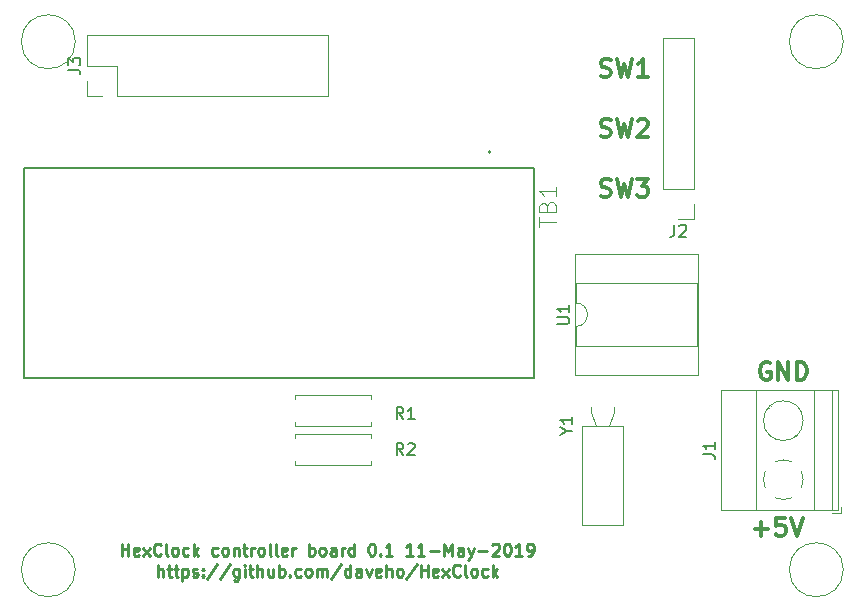
<source format=gto>
G04 #@! TF.GenerationSoftware,KiCad,Pcbnew,5.0.2-bee76a0~70~ubuntu16.04.1*
G04 #@! TF.CreationDate,2019-05-11T19:32:04-04:00*
G04 #@! TF.ProjectId,ControllerBoard,436f6e74-726f-46c6-9c65-72426f617264,rev?*
G04 #@! TF.SameCoordinates,Original*
G04 #@! TF.FileFunction,Legend,Top*
G04 #@! TF.FilePolarity,Positive*
%FSLAX46Y46*%
G04 Gerber Fmt 4.6, Leading zero omitted, Abs format (unit mm)*
G04 Created by KiCad (PCBNEW 5.0.2-bee76a0~70~ubuntu16.04.1) date Sat 11 May 2019 07:32:04 PM EDT*
%MOMM*%
%LPD*%
G01*
G04 APERTURE LIST*
%ADD10C,0.300000*%
%ADD11C,0.254000*%
%ADD12C,0.120000*%
%ADD13C,0.200000*%
%ADD14C,0.127000*%
%ADD15C,0.150000*%
%ADD16C,0.050000*%
G04 APERTURE END LIST*
D10*
X100616000Y-66901142D02*
X100830285Y-66972571D01*
X101187428Y-66972571D01*
X101330285Y-66901142D01*
X101401714Y-66829714D01*
X101473142Y-66686857D01*
X101473142Y-66544000D01*
X101401714Y-66401142D01*
X101330285Y-66329714D01*
X101187428Y-66258285D01*
X100901714Y-66186857D01*
X100758857Y-66115428D01*
X100687428Y-66044000D01*
X100616000Y-65901142D01*
X100616000Y-65758285D01*
X100687428Y-65615428D01*
X100758857Y-65544000D01*
X100901714Y-65472571D01*
X101258857Y-65472571D01*
X101473142Y-65544000D01*
X101973142Y-65472571D02*
X102330285Y-66972571D01*
X102616000Y-65901142D01*
X102901714Y-66972571D01*
X103258857Y-65472571D01*
X103687428Y-65472571D02*
X104616000Y-65472571D01*
X104116000Y-66044000D01*
X104330285Y-66044000D01*
X104473142Y-66115428D01*
X104544571Y-66186857D01*
X104616000Y-66329714D01*
X104616000Y-66686857D01*
X104544571Y-66829714D01*
X104473142Y-66901142D01*
X104330285Y-66972571D01*
X103901714Y-66972571D01*
X103758857Y-66901142D01*
X103687428Y-66829714D01*
X100616000Y-61821142D02*
X100830285Y-61892571D01*
X101187428Y-61892571D01*
X101330285Y-61821142D01*
X101401714Y-61749714D01*
X101473142Y-61606857D01*
X101473142Y-61464000D01*
X101401714Y-61321142D01*
X101330285Y-61249714D01*
X101187428Y-61178285D01*
X100901714Y-61106857D01*
X100758857Y-61035428D01*
X100687428Y-60964000D01*
X100616000Y-60821142D01*
X100616000Y-60678285D01*
X100687428Y-60535428D01*
X100758857Y-60464000D01*
X100901714Y-60392571D01*
X101258857Y-60392571D01*
X101473142Y-60464000D01*
X101973142Y-60392571D02*
X102330285Y-61892571D01*
X102616000Y-60821142D01*
X102901714Y-61892571D01*
X103258857Y-60392571D01*
X103758857Y-60535428D02*
X103830285Y-60464000D01*
X103973142Y-60392571D01*
X104330285Y-60392571D01*
X104473142Y-60464000D01*
X104544571Y-60535428D01*
X104616000Y-60678285D01*
X104616000Y-60821142D01*
X104544571Y-61035428D01*
X103687428Y-61892571D01*
X104616000Y-61892571D01*
X100616000Y-56741142D02*
X100830285Y-56812571D01*
X101187428Y-56812571D01*
X101330285Y-56741142D01*
X101401714Y-56669714D01*
X101473142Y-56526857D01*
X101473142Y-56384000D01*
X101401714Y-56241142D01*
X101330285Y-56169714D01*
X101187428Y-56098285D01*
X100901714Y-56026857D01*
X100758857Y-55955428D01*
X100687428Y-55884000D01*
X100616000Y-55741142D01*
X100616000Y-55598285D01*
X100687428Y-55455428D01*
X100758857Y-55384000D01*
X100901714Y-55312571D01*
X101258857Y-55312571D01*
X101473142Y-55384000D01*
X101973142Y-55312571D02*
X102330285Y-56812571D01*
X102616000Y-55741142D01*
X102901714Y-56812571D01*
X103258857Y-55312571D01*
X104616000Y-56812571D02*
X103758857Y-56812571D01*
X104187428Y-56812571D02*
X104187428Y-55312571D01*
X104044571Y-55526857D01*
X103901714Y-55669714D01*
X103758857Y-55741142D01*
X113641428Y-95103142D02*
X114784285Y-95103142D01*
X114212857Y-95674571D02*
X114212857Y-94531714D01*
X116212857Y-94174571D02*
X115498571Y-94174571D01*
X115427142Y-94888857D01*
X115498571Y-94817428D01*
X115641428Y-94746000D01*
X115998571Y-94746000D01*
X116141428Y-94817428D01*
X116212857Y-94888857D01*
X116284285Y-95031714D01*
X116284285Y-95388857D01*
X116212857Y-95531714D01*
X116141428Y-95603142D01*
X115998571Y-95674571D01*
X115641428Y-95674571D01*
X115498571Y-95603142D01*
X115427142Y-95531714D01*
X116712857Y-94174571D02*
X117212857Y-95674571D01*
X117712857Y-94174571D01*
X114935142Y-81038000D02*
X114792285Y-80966571D01*
X114578000Y-80966571D01*
X114363714Y-81038000D01*
X114220857Y-81180857D01*
X114149428Y-81323714D01*
X114078000Y-81609428D01*
X114078000Y-81823714D01*
X114149428Y-82109428D01*
X114220857Y-82252285D01*
X114363714Y-82395142D01*
X114578000Y-82466571D01*
X114720857Y-82466571D01*
X114935142Y-82395142D01*
X115006571Y-82323714D01*
X115006571Y-81823714D01*
X114720857Y-81823714D01*
X115649428Y-82466571D02*
X115649428Y-80966571D01*
X116506571Y-82466571D01*
X116506571Y-80966571D01*
X117220857Y-82466571D02*
X117220857Y-80966571D01*
X117578000Y-80966571D01*
X117792285Y-81038000D01*
X117935142Y-81180857D01*
X118006571Y-81323714D01*
X118078000Y-81609428D01*
X118078000Y-81823714D01*
X118006571Y-82109428D01*
X117935142Y-82252285D01*
X117792285Y-82395142D01*
X117578000Y-82466571D01*
X117220857Y-82466571D01*
D11*
X60052857Y-97360619D02*
X60052857Y-96344619D01*
X60052857Y-96828428D02*
X60633428Y-96828428D01*
X60633428Y-97360619D02*
X60633428Y-96344619D01*
X61504285Y-97312238D02*
X61407523Y-97360619D01*
X61214000Y-97360619D01*
X61117238Y-97312238D01*
X61068857Y-97215476D01*
X61068857Y-96828428D01*
X61117238Y-96731666D01*
X61214000Y-96683285D01*
X61407523Y-96683285D01*
X61504285Y-96731666D01*
X61552666Y-96828428D01*
X61552666Y-96925190D01*
X61068857Y-97021952D01*
X61891333Y-97360619D02*
X62423523Y-96683285D01*
X61891333Y-96683285D02*
X62423523Y-97360619D01*
X63391142Y-97263857D02*
X63342761Y-97312238D01*
X63197619Y-97360619D01*
X63100857Y-97360619D01*
X62955714Y-97312238D01*
X62858952Y-97215476D01*
X62810571Y-97118714D01*
X62762190Y-96925190D01*
X62762190Y-96780047D01*
X62810571Y-96586523D01*
X62858952Y-96489761D01*
X62955714Y-96393000D01*
X63100857Y-96344619D01*
X63197619Y-96344619D01*
X63342761Y-96393000D01*
X63391142Y-96441380D01*
X63971714Y-97360619D02*
X63874952Y-97312238D01*
X63826571Y-97215476D01*
X63826571Y-96344619D01*
X64503904Y-97360619D02*
X64407142Y-97312238D01*
X64358761Y-97263857D01*
X64310380Y-97167095D01*
X64310380Y-96876809D01*
X64358761Y-96780047D01*
X64407142Y-96731666D01*
X64503904Y-96683285D01*
X64649047Y-96683285D01*
X64745809Y-96731666D01*
X64794190Y-96780047D01*
X64842571Y-96876809D01*
X64842571Y-97167095D01*
X64794190Y-97263857D01*
X64745809Y-97312238D01*
X64649047Y-97360619D01*
X64503904Y-97360619D01*
X65713428Y-97312238D02*
X65616666Y-97360619D01*
X65423142Y-97360619D01*
X65326380Y-97312238D01*
X65278000Y-97263857D01*
X65229619Y-97167095D01*
X65229619Y-96876809D01*
X65278000Y-96780047D01*
X65326380Y-96731666D01*
X65423142Y-96683285D01*
X65616666Y-96683285D01*
X65713428Y-96731666D01*
X66148857Y-97360619D02*
X66148857Y-96344619D01*
X66245619Y-96973571D02*
X66535904Y-97360619D01*
X66535904Y-96683285D02*
X66148857Y-97070333D01*
X68180857Y-97312238D02*
X68084095Y-97360619D01*
X67890571Y-97360619D01*
X67793809Y-97312238D01*
X67745428Y-97263857D01*
X67697047Y-97167095D01*
X67697047Y-96876809D01*
X67745428Y-96780047D01*
X67793809Y-96731666D01*
X67890571Y-96683285D01*
X68084095Y-96683285D01*
X68180857Y-96731666D01*
X68761428Y-97360619D02*
X68664666Y-97312238D01*
X68616285Y-97263857D01*
X68567904Y-97167095D01*
X68567904Y-96876809D01*
X68616285Y-96780047D01*
X68664666Y-96731666D01*
X68761428Y-96683285D01*
X68906571Y-96683285D01*
X69003333Y-96731666D01*
X69051714Y-96780047D01*
X69100095Y-96876809D01*
X69100095Y-97167095D01*
X69051714Y-97263857D01*
X69003333Y-97312238D01*
X68906571Y-97360619D01*
X68761428Y-97360619D01*
X69535523Y-96683285D02*
X69535523Y-97360619D01*
X69535523Y-96780047D02*
X69583904Y-96731666D01*
X69680666Y-96683285D01*
X69825809Y-96683285D01*
X69922571Y-96731666D01*
X69970952Y-96828428D01*
X69970952Y-97360619D01*
X70309619Y-96683285D02*
X70696666Y-96683285D01*
X70454761Y-96344619D02*
X70454761Y-97215476D01*
X70503142Y-97312238D01*
X70599904Y-97360619D01*
X70696666Y-97360619D01*
X71035333Y-97360619D02*
X71035333Y-96683285D01*
X71035333Y-96876809D02*
X71083714Y-96780047D01*
X71132095Y-96731666D01*
X71228857Y-96683285D01*
X71325619Y-96683285D01*
X71809428Y-97360619D02*
X71712666Y-97312238D01*
X71664285Y-97263857D01*
X71615904Y-97167095D01*
X71615904Y-96876809D01*
X71664285Y-96780047D01*
X71712666Y-96731666D01*
X71809428Y-96683285D01*
X71954571Y-96683285D01*
X72051333Y-96731666D01*
X72099714Y-96780047D01*
X72148095Y-96876809D01*
X72148095Y-97167095D01*
X72099714Y-97263857D01*
X72051333Y-97312238D01*
X71954571Y-97360619D01*
X71809428Y-97360619D01*
X72728666Y-97360619D02*
X72631904Y-97312238D01*
X72583523Y-97215476D01*
X72583523Y-96344619D01*
X73260857Y-97360619D02*
X73164095Y-97312238D01*
X73115714Y-97215476D01*
X73115714Y-96344619D01*
X74034952Y-97312238D02*
X73938190Y-97360619D01*
X73744666Y-97360619D01*
X73647904Y-97312238D01*
X73599523Y-97215476D01*
X73599523Y-96828428D01*
X73647904Y-96731666D01*
X73744666Y-96683285D01*
X73938190Y-96683285D01*
X74034952Y-96731666D01*
X74083333Y-96828428D01*
X74083333Y-96925190D01*
X73599523Y-97021952D01*
X74518761Y-97360619D02*
X74518761Y-96683285D01*
X74518761Y-96876809D02*
X74567142Y-96780047D01*
X74615523Y-96731666D01*
X74712285Y-96683285D01*
X74809047Y-96683285D01*
X75921809Y-97360619D02*
X75921809Y-96344619D01*
X75921809Y-96731666D02*
X76018571Y-96683285D01*
X76212095Y-96683285D01*
X76308857Y-96731666D01*
X76357238Y-96780047D01*
X76405619Y-96876809D01*
X76405619Y-97167095D01*
X76357238Y-97263857D01*
X76308857Y-97312238D01*
X76212095Y-97360619D01*
X76018571Y-97360619D01*
X75921809Y-97312238D01*
X76986190Y-97360619D02*
X76889428Y-97312238D01*
X76841047Y-97263857D01*
X76792666Y-97167095D01*
X76792666Y-96876809D01*
X76841047Y-96780047D01*
X76889428Y-96731666D01*
X76986190Y-96683285D01*
X77131333Y-96683285D01*
X77228095Y-96731666D01*
X77276476Y-96780047D01*
X77324857Y-96876809D01*
X77324857Y-97167095D01*
X77276476Y-97263857D01*
X77228095Y-97312238D01*
X77131333Y-97360619D01*
X76986190Y-97360619D01*
X78195714Y-97360619D02*
X78195714Y-96828428D01*
X78147333Y-96731666D01*
X78050571Y-96683285D01*
X77857047Y-96683285D01*
X77760285Y-96731666D01*
X78195714Y-97312238D02*
X78098952Y-97360619D01*
X77857047Y-97360619D01*
X77760285Y-97312238D01*
X77711904Y-97215476D01*
X77711904Y-97118714D01*
X77760285Y-97021952D01*
X77857047Y-96973571D01*
X78098952Y-96973571D01*
X78195714Y-96925190D01*
X78679523Y-97360619D02*
X78679523Y-96683285D01*
X78679523Y-96876809D02*
X78727904Y-96780047D01*
X78776285Y-96731666D01*
X78873047Y-96683285D01*
X78969809Y-96683285D01*
X79743904Y-97360619D02*
X79743904Y-96344619D01*
X79743904Y-97312238D02*
X79647142Y-97360619D01*
X79453619Y-97360619D01*
X79356857Y-97312238D01*
X79308476Y-97263857D01*
X79260095Y-97167095D01*
X79260095Y-96876809D01*
X79308476Y-96780047D01*
X79356857Y-96731666D01*
X79453619Y-96683285D01*
X79647142Y-96683285D01*
X79743904Y-96731666D01*
X81195333Y-96344619D02*
X81292095Y-96344619D01*
X81388857Y-96393000D01*
X81437238Y-96441380D01*
X81485619Y-96538142D01*
X81534000Y-96731666D01*
X81534000Y-96973571D01*
X81485619Y-97167095D01*
X81437238Y-97263857D01*
X81388857Y-97312238D01*
X81292095Y-97360619D01*
X81195333Y-97360619D01*
X81098571Y-97312238D01*
X81050190Y-97263857D01*
X81001809Y-97167095D01*
X80953428Y-96973571D01*
X80953428Y-96731666D01*
X81001809Y-96538142D01*
X81050190Y-96441380D01*
X81098571Y-96393000D01*
X81195333Y-96344619D01*
X81969428Y-97263857D02*
X82017809Y-97312238D01*
X81969428Y-97360619D01*
X81921047Y-97312238D01*
X81969428Y-97263857D01*
X81969428Y-97360619D01*
X82985428Y-97360619D02*
X82404857Y-97360619D01*
X82695142Y-97360619D02*
X82695142Y-96344619D01*
X82598380Y-96489761D01*
X82501619Y-96586523D01*
X82404857Y-96634904D01*
X84727142Y-97360619D02*
X84146571Y-97360619D01*
X84436857Y-97360619D02*
X84436857Y-96344619D01*
X84340095Y-96489761D01*
X84243333Y-96586523D01*
X84146571Y-96634904D01*
X85694761Y-97360619D02*
X85114190Y-97360619D01*
X85404476Y-97360619D02*
X85404476Y-96344619D01*
X85307714Y-96489761D01*
X85210952Y-96586523D01*
X85114190Y-96634904D01*
X86130190Y-96973571D02*
X86904285Y-96973571D01*
X87388095Y-97360619D02*
X87388095Y-96344619D01*
X87726761Y-97070333D01*
X88065428Y-96344619D01*
X88065428Y-97360619D01*
X88984666Y-97360619D02*
X88984666Y-96828428D01*
X88936285Y-96731666D01*
X88839523Y-96683285D01*
X88646000Y-96683285D01*
X88549238Y-96731666D01*
X88984666Y-97312238D02*
X88887904Y-97360619D01*
X88646000Y-97360619D01*
X88549238Y-97312238D01*
X88500857Y-97215476D01*
X88500857Y-97118714D01*
X88549238Y-97021952D01*
X88646000Y-96973571D01*
X88887904Y-96973571D01*
X88984666Y-96925190D01*
X89371714Y-96683285D02*
X89613619Y-97360619D01*
X89855523Y-96683285D02*
X89613619Y-97360619D01*
X89516857Y-97602523D01*
X89468476Y-97650904D01*
X89371714Y-97699285D01*
X90242571Y-96973571D02*
X91016666Y-96973571D01*
X91452095Y-96441380D02*
X91500476Y-96393000D01*
X91597238Y-96344619D01*
X91839142Y-96344619D01*
X91935904Y-96393000D01*
X91984285Y-96441380D01*
X92032666Y-96538142D01*
X92032666Y-96634904D01*
X91984285Y-96780047D01*
X91403714Y-97360619D01*
X92032666Y-97360619D01*
X92661619Y-96344619D02*
X92758380Y-96344619D01*
X92855142Y-96393000D01*
X92903523Y-96441380D01*
X92951904Y-96538142D01*
X93000285Y-96731666D01*
X93000285Y-96973571D01*
X92951904Y-97167095D01*
X92903523Y-97263857D01*
X92855142Y-97312238D01*
X92758380Y-97360619D01*
X92661619Y-97360619D01*
X92564857Y-97312238D01*
X92516476Y-97263857D01*
X92468095Y-97167095D01*
X92419714Y-96973571D01*
X92419714Y-96731666D01*
X92468095Y-96538142D01*
X92516476Y-96441380D01*
X92564857Y-96393000D01*
X92661619Y-96344619D01*
X93967904Y-97360619D02*
X93387333Y-97360619D01*
X93677619Y-97360619D02*
X93677619Y-96344619D01*
X93580857Y-96489761D01*
X93484095Y-96586523D01*
X93387333Y-96634904D01*
X94451714Y-97360619D02*
X94645238Y-97360619D01*
X94742000Y-97312238D01*
X94790380Y-97263857D01*
X94887142Y-97118714D01*
X94935523Y-96925190D01*
X94935523Y-96538142D01*
X94887142Y-96441380D01*
X94838761Y-96393000D01*
X94742000Y-96344619D01*
X94548476Y-96344619D01*
X94451714Y-96393000D01*
X94403333Y-96441380D01*
X94354952Y-96538142D01*
X94354952Y-96780047D01*
X94403333Y-96876809D01*
X94451714Y-96925190D01*
X94548476Y-96973571D01*
X94742000Y-96973571D01*
X94838761Y-96925190D01*
X94887142Y-96876809D01*
X94935523Y-96780047D01*
X63125047Y-99138619D02*
X63125047Y-98122619D01*
X63560476Y-99138619D02*
X63560476Y-98606428D01*
X63512095Y-98509666D01*
X63415333Y-98461285D01*
X63270190Y-98461285D01*
X63173428Y-98509666D01*
X63125047Y-98558047D01*
X63899142Y-98461285D02*
X64286190Y-98461285D01*
X64044285Y-98122619D02*
X64044285Y-98993476D01*
X64092666Y-99090238D01*
X64189428Y-99138619D01*
X64286190Y-99138619D01*
X64479714Y-98461285D02*
X64866761Y-98461285D01*
X64624857Y-98122619D02*
X64624857Y-98993476D01*
X64673238Y-99090238D01*
X64769999Y-99138619D01*
X64866761Y-99138619D01*
X65205428Y-98461285D02*
X65205428Y-99477285D01*
X65205428Y-98509666D02*
X65302190Y-98461285D01*
X65495714Y-98461285D01*
X65592476Y-98509666D01*
X65640857Y-98558047D01*
X65689238Y-98654809D01*
X65689238Y-98945095D01*
X65640857Y-99041857D01*
X65592476Y-99090238D01*
X65495714Y-99138619D01*
X65302190Y-99138619D01*
X65205428Y-99090238D01*
X66076285Y-99090238D02*
X66173047Y-99138619D01*
X66366571Y-99138619D01*
X66463333Y-99090238D01*
X66511714Y-98993476D01*
X66511714Y-98945095D01*
X66463333Y-98848333D01*
X66366571Y-98799952D01*
X66221428Y-98799952D01*
X66124666Y-98751571D01*
X66076285Y-98654809D01*
X66076285Y-98606428D01*
X66124666Y-98509666D01*
X66221428Y-98461285D01*
X66366571Y-98461285D01*
X66463333Y-98509666D01*
X66947142Y-99041857D02*
X66995523Y-99090238D01*
X66947142Y-99138619D01*
X66898761Y-99090238D01*
X66947142Y-99041857D01*
X66947142Y-99138619D01*
X66947142Y-98509666D02*
X66995523Y-98558047D01*
X66947142Y-98606428D01*
X66898761Y-98558047D01*
X66947142Y-98509666D01*
X66947142Y-98606428D01*
X68156666Y-98074238D02*
X67285809Y-99380523D01*
X69221047Y-98074238D02*
X68350190Y-99380523D01*
X69995142Y-98461285D02*
X69995142Y-99283761D01*
X69946761Y-99380523D01*
X69898380Y-99428904D01*
X69801619Y-99477285D01*
X69656476Y-99477285D01*
X69559714Y-99428904D01*
X69995142Y-99090238D02*
X69898380Y-99138619D01*
X69704857Y-99138619D01*
X69608095Y-99090238D01*
X69559714Y-99041857D01*
X69511333Y-98945095D01*
X69511333Y-98654809D01*
X69559714Y-98558047D01*
X69608095Y-98509666D01*
X69704857Y-98461285D01*
X69898380Y-98461285D01*
X69995142Y-98509666D01*
X70478952Y-99138619D02*
X70478952Y-98461285D01*
X70478952Y-98122619D02*
X70430571Y-98171000D01*
X70478952Y-98219380D01*
X70527333Y-98171000D01*
X70478952Y-98122619D01*
X70478952Y-98219380D01*
X70817619Y-98461285D02*
X71204666Y-98461285D01*
X70962761Y-98122619D02*
X70962761Y-98993476D01*
X71011142Y-99090238D01*
X71107904Y-99138619D01*
X71204666Y-99138619D01*
X71543333Y-99138619D02*
X71543333Y-98122619D01*
X71978761Y-99138619D02*
X71978761Y-98606428D01*
X71930380Y-98509666D01*
X71833619Y-98461285D01*
X71688476Y-98461285D01*
X71591714Y-98509666D01*
X71543333Y-98558047D01*
X72898000Y-98461285D02*
X72898000Y-99138619D01*
X72462571Y-98461285D02*
X72462571Y-98993476D01*
X72510952Y-99090238D01*
X72607714Y-99138619D01*
X72752857Y-99138619D01*
X72849619Y-99090238D01*
X72898000Y-99041857D01*
X73381809Y-99138619D02*
X73381809Y-98122619D01*
X73381809Y-98509666D02*
X73478571Y-98461285D01*
X73672095Y-98461285D01*
X73768857Y-98509666D01*
X73817238Y-98558047D01*
X73865619Y-98654809D01*
X73865619Y-98945095D01*
X73817238Y-99041857D01*
X73768857Y-99090238D01*
X73672095Y-99138619D01*
X73478571Y-99138619D01*
X73381809Y-99090238D01*
X74301047Y-99041857D02*
X74349428Y-99090238D01*
X74301047Y-99138619D01*
X74252666Y-99090238D01*
X74301047Y-99041857D01*
X74301047Y-99138619D01*
X75220285Y-99090238D02*
X75123523Y-99138619D01*
X74930000Y-99138619D01*
X74833238Y-99090238D01*
X74784857Y-99041857D01*
X74736476Y-98945095D01*
X74736476Y-98654809D01*
X74784857Y-98558047D01*
X74833238Y-98509666D01*
X74930000Y-98461285D01*
X75123523Y-98461285D01*
X75220285Y-98509666D01*
X75800857Y-99138619D02*
X75704095Y-99090238D01*
X75655714Y-99041857D01*
X75607333Y-98945095D01*
X75607333Y-98654809D01*
X75655714Y-98558047D01*
X75704095Y-98509666D01*
X75800857Y-98461285D01*
X75946000Y-98461285D01*
X76042761Y-98509666D01*
X76091142Y-98558047D01*
X76139523Y-98654809D01*
X76139523Y-98945095D01*
X76091142Y-99041857D01*
X76042761Y-99090238D01*
X75946000Y-99138619D01*
X75800857Y-99138619D01*
X76574952Y-99138619D02*
X76574952Y-98461285D01*
X76574952Y-98558047D02*
X76623333Y-98509666D01*
X76720095Y-98461285D01*
X76865238Y-98461285D01*
X76962000Y-98509666D01*
X77010380Y-98606428D01*
X77010380Y-99138619D01*
X77010380Y-98606428D02*
X77058761Y-98509666D01*
X77155523Y-98461285D01*
X77300666Y-98461285D01*
X77397428Y-98509666D01*
X77445809Y-98606428D01*
X77445809Y-99138619D01*
X78655333Y-98074238D02*
X77784476Y-99380523D01*
X79429428Y-99138619D02*
X79429428Y-98122619D01*
X79429428Y-99090238D02*
X79332666Y-99138619D01*
X79139142Y-99138619D01*
X79042380Y-99090238D01*
X78994000Y-99041857D01*
X78945619Y-98945095D01*
X78945619Y-98654809D01*
X78994000Y-98558047D01*
X79042380Y-98509666D01*
X79139142Y-98461285D01*
X79332666Y-98461285D01*
X79429428Y-98509666D01*
X80348666Y-99138619D02*
X80348666Y-98606428D01*
X80300285Y-98509666D01*
X80203523Y-98461285D01*
X80010000Y-98461285D01*
X79913238Y-98509666D01*
X80348666Y-99090238D02*
X80251904Y-99138619D01*
X80010000Y-99138619D01*
X79913238Y-99090238D01*
X79864857Y-98993476D01*
X79864857Y-98896714D01*
X79913238Y-98799952D01*
X80010000Y-98751571D01*
X80251904Y-98751571D01*
X80348666Y-98703190D01*
X80735714Y-98461285D02*
X80977619Y-99138619D01*
X81219523Y-98461285D01*
X81993619Y-99090238D02*
X81896857Y-99138619D01*
X81703333Y-99138619D01*
X81606571Y-99090238D01*
X81558190Y-98993476D01*
X81558190Y-98606428D01*
X81606571Y-98509666D01*
X81703333Y-98461285D01*
X81896857Y-98461285D01*
X81993619Y-98509666D01*
X82042000Y-98606428D01*
X82042000Y-98703190D01*
X81558190Y-98799952D01*
X82477428Y-99138619D02*
X82477428Y-98122619D01*
X82912857Y-99138619D02*
X82912857Y-98606428D01*
X82864476Y-98509666D01*
X82767714Y-98461285D01*
X82622571Y-98461285D01*
X82525809Y-98509666D01*
X82477428Y-98558047D01*
X83541809Y-99138619D02*
X83445047Y-99090238D01*
X83396666Y-99041857D01*
X83348285Y-98945095D01*
X83348285Y-98654809D01*
X83396666Y-98558047D01*
X83445047Y-98509666D01*
X83541809Y-98461285D01*
X83686952Y-98461285D01*
X83783714Y-98509666D01*
X83832095Y-98558047D01*
X83880476Y-98654809D01*
X83880476Y-98945095D01*
X83832095Y-99041857D01*
X83783714Y-99090238D01*
X83686952Y-99138619D01*
X83541809Y-99138619D01*
X85041619Y-98074238D02*
X84170761Y-99380523D01*
X85380285Y-99138619D02*
X85380285Y-98122619D01*
X85380285Y-98606428D02*
X85960857Y-98606428D01*
X85960857Y-99138619D02*
X85960857Y-98122619D01*
X86831714Y-99090238D02*
X86734952Y-99138619D01*
X86541428Y-99138619D01*
X86444666Y-99090238D01*
X86396285Y-98993476D01*
X86396285Y-98606428D01*
X86444666Y-98509666D01*
X86541428Y-98461285D01*
X86734952Y-98461285D01*
X86831714Y-98509666D01*
X86880095Y-98606428D01*
X86880095Y-98703190D01*
X86396285Y-98799952D01*
X87218761Y-99138619D02*
X87750952Y-98461285D01*
X87218761Y-98461285D02*
X87750952Y-99138619D01*
X88718571Y-99041857D02*
X88670190Y-99090238D01*
X88525047Y-99138619D01*
X88428285Y-99138619D01*
X88283142Y-99090238D01*
X88186380Y-98993476D01*
X88138000Y-98896714D01*
X88089619Y-98703190D01*
X88089619Y-98558047D01*
X88138000Y-98364523D01*
X88186380Y-98267761D01*
X88283142Y-98171000D01*
X88428285Y-98122619D01*
X88525047Y-98122619D01*
X88670190Y-98171000D01*
X88718571Y-98219380D01*
X89299142Y-99138619D02*
X89202380Y-99090238D01*
X89154000Y-98993476D01*
X89154000Y-98122619D01*
X89831333Y-99138619D02*
X89734571Y-99090238D01*
X89686190Y-99041857D01*
X89637809Y-98945095D01*
X89637809Y-98654809D01*
X89686190Y-98558047D01*
X89734571Y-98509666D01*
X89831333Y-98461285D01*
X89976476Y-98461285D01*
X90073238Y-98509666D01*
X90121619Y-98558047D01*
X90170000Y-98654809D01*
X90170000Y-98945095D01*
X90121619Y-99041857D01*
X90073238Y-99090238D01*
X89976476Y-99138619D01*
X89831333Y-99138619D01*
X91040857Y-99090238D02*
X90944095Y-99138619D01*
X90750571Y-99138619D01*
X90653809Y-99090238D01*
X90605428Y-99041857D01*
X90557047Y-98945095D01*
X90557047Y-98654809D01*
X90605428Y-98558047D01*
X90653809Y-98509666D01*
X90750571Y-98461285D01*
X90944095Y-98461285D01*
X91040857Y-98509666D01*
X91476285Y-99138619D02*
X91476285Y-98122619D01*
X91573047Y-98751571D02*
X91863333Y-99138619D01*
X91863333Y-98461285D02*
X91476285Y-98848333D01*
D12*
G04 #@! TO.C,J1*
X117612756Y-90248682D02*
G75*
G02X117758000Y-90932000I-1534756J-683318D01*
G01*
X115394958Y-89396574D02*
G75*
G02X116762000Y-89397000I683042J-1535426D01*
G01*
X114542574Y-91615042D02*
G75*
G02X114543000Y-90248000I1535426J683042D01*
G01*
X116761042Y-92467426D02*
G75*
G02X115394000Y-92467000I-683042J1535426D01*
G01*
X117758253Y-90903195D02*
G75*
G02X117613000Y-91616000I-1680253J-28805D01*
G01*
X117758000Y-85932000D02*
G75*
G03X117758000Y-85932000I-1680000J0D01*
G01*
X120178000Y-93492000D02*
X120178000Y-83372000D01*
X118678000Y-93492000D02*
X118678000Y-83372000D01*
X113777000Y-93492000D02*
X113777000Y-83372000D01*
X110817000Y-93492000D02*
X110817000Y-83372000D01*
X120738000Y-93492000D02*
X120738000Y-83372000D01*
X110817000Y-93492000D02*
X120738000Y-93492000D01*
X110817000Y-83372000D02*
X120738000Y-83372000D01*
X115009000Y-84657000D02*
X115055000Y-84704000D01*
X117317000Y-86966000D02*
X117352000Y-87001000D01*
X114803000Y-84862000D02*
X114839000Y-84897000D01*
X117101000Y-87159000D02*
X117147000Y-87206000D01*
X120238000Y-93732000D02*
X120978000Y-93732000D01*
X120978000Y-93732000D02*
X120978000Y-93232000D01*
G04 #@! TO.C,J2*
X108518000Y-68894000D02*
X107188000Y-68894000D01*
X108518000Y-67564000D02*
X108518000Y-68894000D01*
X108518000Y-66294000D02*
X105858000Y-66294000D01*
X105858000Y-66294000D02*
X105858000Y-53534000D01*
X108518000Y-66294000D02*
X108518000Y-53534000D01*
X108518000Y-53534000D02*
X105858000Y-53534000D01*
G04 #@! TO.C,J3*
X57090000Y-58480000D02*
X57090000Y-57150000D01*
X58420000Y-58480000D02*
X57090000Y-58480000D01*
X57090000Y-55880000D02*
X57090000Y-53280000D01*
X59690000Y-55880000D02*
X57090000Y-55880000D01*
X59690000Y-58480000D02*
X59690000Y-55880000D01*
X57090000Y-53280000D02*
X77530000Y-53280000D01*
X59690000Y-58480000D02*
X77530000Y-58480000D01*
X77530000Y-58480000D02*
X77530000Y-53280000D01*
G04 #@! TO.C,R1*
X74768000Y-83780000D02*
X74768000Y-84110000D01*
X81188000Y-83780000D02*
X74768000Y-83780000D01*
X81188000Y-84110000D02*
X81188000Y-83780000D01*
X74768000Y-86400000D02*
X74768000Y-86070000D01*
X81188000Y-86400000D02*
X74768000Y-86400000D01*
X81188000Y-86070000D02*
X81188000Y-86400000D01*
G04 #@! TO.C,R2*
X81188000Y-89372000D02*
X81188000Y-89702000D01*
X81188000Y-89702000D02*
X74768000Y-89702000D01*
X74768000Y-89702000D02*
X74768000Y-89372000D01*
X81188000Y-87412000D02*
X81188000Y-87082000D01*
X81188000Y-87082000D02*
X74768000Y-87082000D01*
X74768000Y-87082000D02*
X74768000Y-87412000D01*
D13*
G04 #@! TO.C,TB1*
X91306000Y-63206000D02*
G75*
G03X91306000Y-63206000I-100000J0D01*
G01*
D14*
X94996000Y-64516000D02*
X94996000Y-82296000D01*
X94996000Y-82296000D02*
X51816000Y-82296000D01*
X51816000Y-82296000D02*
X51816000Y-64516000D01*
X51816000Y-64516000D02*
X94996000Y-64516000D01*
D12*
G04 #@! TO.C,U1*
X98432000Y-71822000D02*
X98432000Y-82102000D01*
X108832000Y-71822000D02*
X98432000Y-71822000D01*
X108832000Y-82102000D02*
X108832000Y-71822000D01*
X98432000Y-82102000D02*
X108832000Y-82102000D01*
X98492000Y-74312000D02*
X98492000Y-75962000D01*
X108772000Y-74312000D02*
X98492000Y-74312000D01*
X108772000Y-79612000D02*
X108772000Y-74312000D01*
X98492000Y-79612000D02*
X108772000Y-79612000D01*
X98492000Y-77962000D02*
X98492000Y-79612000D01*
X98492000Y-75962000D02*
G75*
G02X98492000Y-77962000I0J-1000000D01*
G01*
G04 #@! TO.C,Y1*
X101722000Y-85224000D02*
X101722000Y-84774000D01*
X101317000Y-86374000D02*
X101722000Y-85224000D01*
X99822000Y-85224000D02*
X99822000Y-84774000D01*
X100227000Y-86374000D02*
X99822000Y-85224000D01*
X102472000Y-86374000D02*
X99072000Y-86374000D01*
X102472000Y-94774000D02*
X102472000Y-86374000D01*
X99072000Y-94774000D02*
X102472000Y-94774000D01*
X99072000Y-86374000D02*
X99072000Y-94774000D01*
G04 #@! TO.C,REF\002A\002A*
X56134000Y-53848000D02*
G75*
G03X56134000Y-53848000I-2286000J0D01*
G01*
X121158000Y-53848000D02*
G75*
G03X121158000Y-53848000I-2286000J0D01*
G01*
X56134000Y-98552000D02*
G75*
G03X56134000Y-98552000I-2286000J0D01*
G01*
X121158000Y-98552000D02*
G75*
G03X121158000Y-98552000I-2286000J0D01*
G01*
G04 #@! TO.C,J1*
D15*
X109270380Y-88765333D02*
X109984666Y-88765333D01*
X110127523Y-88812952D01*
X110222761Y-88908190D01*
X110270380Y-89051047D01*
X110270380Y-89146285D01*
X110270380Y-87765333D02*
X110270380Y-88336761D01*
X110270380Y-88051047D02*
X109270380Y-88051047D01*
X109413238Y-88146285D01*
X109508476Y-88241523D01*
X109556095Y-88336761D01*
G04 #@! TO.C,J2*
X106854666Y-69346380D02*
X106854666Y-70060666D01*
X106807047Y-70203523D01*
X106711809Y-70298761D01*
X106568952Y-70346380D01*
X106473714Y-70346380D01*
X107283238Y-69441619D02*
X107330857Y-69394000D01*
X107426095Y-69346380D01*
X107664190Y-69346380D01*
X107759428Y-69394000D01*
X107807047Y-69441619D01*
X107854666Y-69536857D01*
X107854666Y-69632095D01*
X107807047Y-69774952D01*
X107235619Y-70346380D01*
X107854666Y-70346380D01*
G04 #@! TO.C,J3*
X55542380Y-56213333D02*
X56256666Y-56213333D01*
X56399523Y-56260952D01*
X56494761Y-56356190D01*
X56542380Y-56499047D01*
X56542380Y-56594285D01*
X55542380Y-55832380D02*
X55542380Y-55213333D01*
X55923333Y-55546666D01*
X55923333Y-55403809D01*
X55970952Y-55308571D01*
X56018571Y-55260952D01*
X56113809Y-55213333D01*
X56351904Y-55213333D01*
X56447142Y-55260952D01*
X56494761Y-55308571D01*
X56542380Y-55403809D01*
X56542380Y-55689523D01*
X56494761Y-55784761D01*
X56447142Y-55832380D01*
G04 #@! TO.C,R1*
X83907333Y-85796380D02*
X83574000Y-85320190D01*
X83335904Y-85796380D02*
X83335904Y-84796380D01*
X83716857Y-84796380D01*
X83812095Y-84844000D01*
X83859714Y-84891619D01*
X83907333Y-84986857D01*
X83907333Y-85129714D01*
X83859714Y-85224952D01*
X83812095Y-85272571D01*
X83716857Y-85320190D01*
X83335904Y-85320190D01*
X84859714Y-85796380D02*
X84288285Y-85796380D01*
X84574000Y-85796380D02*
X84574000Y-84796380D01*
X84478761Y-84939238D01*
X84383523Y-85034476D01*
X84288285Y-85082095D01*
G04 #@! TO.C,R2*
X83907333Y-88844380D02*
X83574000Y-88368190D01*
X83335904Y-88844380D02*
X83335904Y-87844380D01*
X83716857Y-87844380D01*
X83812095Y-87892000D01*
X83859714Y-87939619D01*
X83907333Y-88034857D01*
X83907333Y-88177714D01*
X83859714Y-88272952D01*
X83812095Y-88320571D01*
X83716857Y-88368190D01*
X83335904Y-88368190D01*
X84288285Y-87939619D02*
X84335904Y-87892000D01*
X84431142Y-87844380D01*
X84669238Y-87844380D01*
X84764476Y-87892000D01*
X84812095Y-87939619D01*
X84859714Y-88034857D01*
X84859714Y-88130095D01*
X84812095Y-88272952D01*
X84240666Y-88844380D01*
X84859714Y-88844380D01*
G04 #@! TO.C,TB1*
D16*
X95428333Y-69528666D02*
X95428333Y-68728666D01*
X96828333Y-69128666D02*
X95428333Y-69128666D01*
X96095000Y-67795333D02*
X96161666Y-67595333D01*
X96228333Y-67528666D01*
X96361666Y-67462000D01*
X96561666Y-67462000D01*
X96695000Y-67528666D01*
X96761666Y-67595333D01*
X96828333Y-67728666D01*
X96828333Y-68262000D01*
X95428333Y-68262000D01*
X95428333Y-67795333D01*
X95495000Y-67662000D01*
X95561666Y-67595333D01*
X95695000Y-67528666D01*
X95828333Y-67528666D01*
X95961666Y-67595333D01*
X96028333Y-67662000D01*
X96095000Y-67795333D01*
X96095000Y-68262000D01*
X96828333Y-66128666D02*
X96828333Y-66928666D01*
X96828333Y-66528666D02*
X95428333Y-66528666D01*
X95628333Y-66662000D01*
X95761666Y-66795333D01*
X95828333Y-66928666D01*
G04 #@! TO.C,U1*
D15*
X96944380Y-77723904D02*
X97753904Y-77723904D01*
X97849142Y-77676285D01*
X97896761Y-77628666D01*
X97944380Y-77533428D01*
X97944380Y-77342952D01*
X97896761Y-77247714D01*
X97849142Y-77200095D01*
X97753904Y-77152476D01*
X96944380Y-77152476D01*
X97944380Y-76152476D02*
X97944380Y-76723904D01*
X97944380Y-76438190D02*
X96944380Y-76438190D01*
X97087238Y-76533428D01*
X97182476Y-76628666D01*
X97230095Y-76723904D01*
G04 #@! TO.C,Y1*
X97728190Y-86800190D02*
X98204380Y-86800190D01*
X97204380Y-87133523D02*
X97728190Y-86800190D01*
X97204380Y-86466857D01*
X98204380Y-85609714D02*
X98204380Y-86181142D01*
X98204380Y-85895428D02*
X97204380Y-85895428D01*
X97347238Y-85990666D01*
X97442476Y-86085904D01*
X97490095Y-86181142D01*
G04 #@! TD*
M02*

</source>
